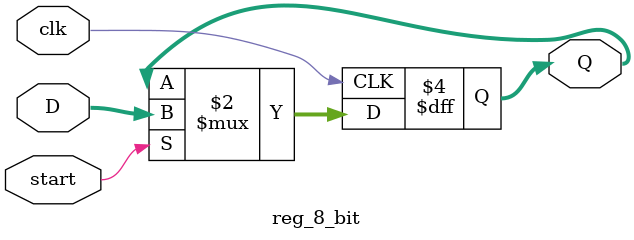
<source format=v>
`timescale 1ns / 1ps


module reg_8_bit(input clk, start, input [7:0]D, output reg [7:0]Q);
always @ (posedge clk)
 if (start)
 Q <=D;
endmodule

</source>
